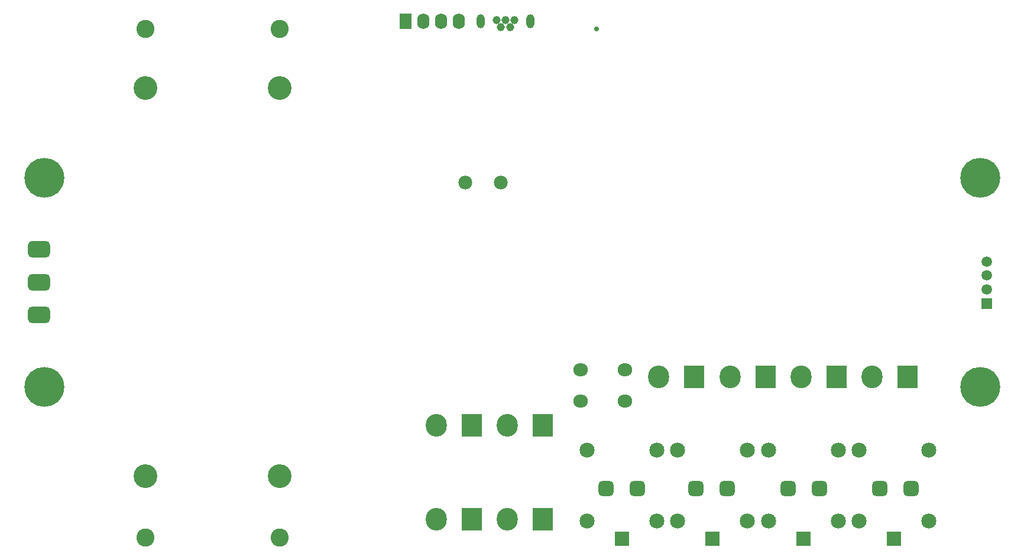
<source format=gbr>
%TF.GenerationSoftware,Altium Limited,Altium Designer,21.3.2 (30)*%
G04 Layer_Color=16711935*
%FSLAX26Y26*%
%MOIN*%
%TF.SameCoordinates,FFAA3912-E1DC-4B59-95C2-56FC1F4E7B50*%
%TF.FilePolarity,Negative*%
%TF.FileFunction,Soldermask,Bot*%
%TF.Part,Single*%
G01*
G75*
%TA.AperFunction,SMDPad,CuDef*%
G04:AMPARAMS|DCode=69|XSize=86.74mil|YSize=86.74mil|CornerRadius=23.685mil|HoleSize=0mil|Usage=FLASHONLY|Rotation=90.000|XOffset=0mil|YOffset=0mil|HoleType=Round|Shape=RoundedRectangle|*
%AMROUNDEDRECTD69*
21,1,0.086740,0.039370,0,0,90.0*
21,1,0.039370,0.086740,0,0,90.0*
1,1,0.047370,0.019685,0.019685*
1,1,0.047370,0.019685,-0.019685*
1,1,0.047370,-0.019685,-0.019685*
1,1,0.047370,-0.019685,0.019685*
%
%ADD69ROUNDEDRECTD69*%
%TA.AperFunction,ComponentPad*%
G04:AMPARAMS|DCode=70|XSize=94.614mil|YSize=126.11mil|CornerRadius=25.654mil|HoleSize=0mil|Usage=FLASHONLY|Rotation=270.000|XOffset=0mil|YOffset=0mil|HoleType=Round|Shape=RoundedRectangle|*
%AMROUNDEDRECTD70*
21,1,0.094614,0.074803,0,0,270.0*
21,1,0.043307,0.126110,0,0,270.0*
1,1,0.051307,-0.037401,-0.021654*
1,1,0.051307,-0.037401,0.021654*
1,1,0.051307,0.037401,0.021654*
1,1,0.051307,0.037401,-0.021654*
%
%ADD70ROUNDEDRECTD70*%
%ADD71C,0.133984*%
%ADD72C,0.102488*%
%ADD73R,0.118000X0.128000*%
%ADD74O,0.118000X0.128000*%
%ADD75C,0.084772*%
%ADD76R,0.084772X0.084772*%
%ADD77R,0.068000X0.088000*%
%ADD78O,0.068000X0.088000*%
%ADD79O,0.043748X0.079496*%
%ADD80C,0.045717*%
%ADD81O,0.083000X0.073000*%
%ADD82C,0.078000*%
%ADD83R,0.059496X0.059496*%
%ADD84C,0.059496*%
%TA.AperFunction,ViaPad*%
%ADD85C,0.028000*%
%ADD86C,0.224535*%
D69*
X3389417Y541000D02*
D03*
X3566583D02*
D03*
X4933417D02*
D03*
X5110583D02*
D03*
X4415417D02*
D03*
X4592583D02*
D03*
X3895084D02*
D03*
X4072249D02*
D03*
D70*
X192000Y1518769D02*
D03*
Y1703808D02*
D03*
Y1888848D02*
D03*
D71*
X791157Y2798690D02*
D03*
X1551000D02*
D03*
X791157Y608926D02*
D03*
X1551000D02*
D03*
D72*
Y262863D02*
D03*
Y3132942D02*
D03*
X791157D02*
D03*
Y262863D02*
D03*
D73*
X3032000Y896000D02*
D03*
X2632000D02*
D03*
X3032000Y367000D02*
D03*
X2632000D02*
D03*
X5089000Y1171000D02*
D03*
X4688500D02*
D03*
X4288000D02*
D03*
X3887500D02*
D03*
D74*
X2832000Y896000D02*
D03*
X2432000D02*
D03*
X2832000Y367000D02*
D03*
X2432000D02*
D03*
X4889000Y1171000D02*
D03*
X4488500D02*
D03*
X4088000D02*
D03*
X3687500D02*
D03*
D75*
X5209850Y757158D02*
D03*
X4816150D02*
D03*
Y355583D02*
D03*
X5209850D02*
D03*
X4700850Y757158D02*
D03*
X4307150D02*
D03*
Y355583D02*
D03*
X4700850D02*
D03*
X4185850Y757158D02*
D03*
X3792150D02*
D03*
Y355583D02*
D03*
X4185850D02*
D03*
X3674850Y757158D02*
D03*
X3281150D02*
D03*
Y355583D02*
D03*
X3674850D02*
D03*
D76*
X5013000Y257158D02*
D03*
X4504000D02*
D03*
X3989000D02*
D03*
X3478000D02*
D03*
D77*
X2260000Y3177000D02*
D03*
D78*
X2360000D02*
D03*
X2460000D02*
D03*
X2560000D02*
D03*
D79*
X2963496Y3175000D02*
D03*
X2682000D02*
D03*
D80*
X2873929Y3183661D02*
D03*
X2848339Y3144291D02*
D03*
X2822748Y3183661D02*
D03*
X2797157Y3144291D02*
D03*
X2771567Y3183661D02*
D03*
D81*
X3246000Y1211000D02*
D03*
X3247000Y1033000D02*
D03*
X3497000Y1034000D02*
D03*
X3496000Y1211000D02*
D03*
D82*
X2796000Y2266000D02*
D03*
X2596000D02*
D03*
D83*
X5537000Y1584520D02*
D03*
D84*
Y1663260D02*
D03*
Y1742000D02*
D03*
Y1820740D02*
D03*
D85*
X3337000Y3133000D02*
D03*
D86*
X222591Y1113480D02*
D03*
Y2294583D02*
D03*
X5498181Y1113480D02*
D03*
Y2294583D02*
D03*
%TF.MD5,a4d30a70e798ab32fd6f87fac006ac6a*%
M02*

</source>
